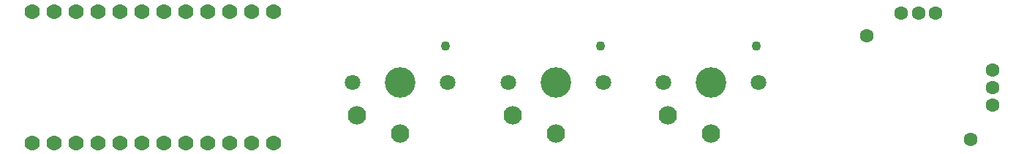
<source format=gbr>
%TF.GenerationSoftware,KiCad,Pcbnew,(5.1.6)-1*%
%TF.CreationDate,2022-09-18T22:31:06+09:00*%
%TF.ProjectId,JoyConMouse,4a6f7943-6f6e-44d6-9f75-73652e6b6963,rev?*%
%TF.SameCoordinates,Original*%
%TF.FileFunction,Soldermask,Bot*%
%TF.FilePolarity,Negative*%
%FSLAX46Y46*%
G04 Gerber Fmt 4.6, Leading zero omitted, Abs format (unit mm)*
G04 Created by KiCad (PCBNEW (5.1.6)-1) date 2022-09-18 22:31:06*
%MOMM*%
%LPD*%
G01*
G04 APERTURE LIST*
%ADD10C,1.765000*%
%ADD11C,1.600000*%
%ADD12C,3.529000*%
%ADD13C,2.132000*%
%ADD14C,1.090600*%
%ADD15C,1.801800*%
G04 APERTURE END LIST*
D10*
%TO.C,IC1*%
X53000000Y-95000000D03*
X55540000Y-95000000D03*
X58080000Y-95000000D03*
X60620000Y-95000000D03*
X63160000Y-95000000D03*
X65700000Y-95000000D03*
X68240000Y-95000000D03*
X70780000Y-95000000D03*
X73320000Y-95000000D03*
X73320000Y-79760000D03*
X68240000Y-79760000D03*
X65700000Y-79760000D03*
X70780000Y-79760000D03*
X53000000Y-79760000D03*
X50460000Y-79760000D03*
X47920000Y-79760000D03*
X45380000Y-79760000D03*
X45380000Y-95000000D03*
X47920000Y-95000000D03*
X50460000Y-95000000D03*
X63160000Y-79760000D03*
X60620000Y-79760000D03*
X58080000Y-79760000D03*
X55540000Y-79760000D03*
%TD*%
D11*
%TO.C,IC2*%
X150000000Y-80000000D03*
X148000000Y-80000000D03*
X146000000Y-80000000D03*
X156600000Y-90600000D03*
X156600000Y-88600000D03*
X156600000Y-86600000D03*
X154000000Y-94600000D03*
X142000000Y-82600000D03*
%TD*%
D12*
%TO.C,SW1*%
X88000000Y-88000000D03*
D13*
X83000000Y-91800000D03*
X88000000Y-93900000D03*
D14*
X93220000Y-83800000D03*
D15*
X93500000Y-88000000D03*
X82500000Y-88000000D03*
%TD*%
%TO.C,SW2*%
X100500000Y-88000000D03*
X111500000Y-88000000D03*
D14*
X111220000Y-83800000D03*
D13*
X106000000Y-93900000D03*
X101000000Y-91800000D03*
D12*
X106000000Y-88000000D03*
%TD*%
%TO.C,SW3*%
X124000000Y-88000000D03*
D13*
X119000000Y-91800000D03*
X124000000Y-93900000D03*
D14*
X129220000Y-83800000D03*
D15*
X129500000Y-88000000D03*
X118500000Y-88000000D03*
%TD*%
M02*

</source>
